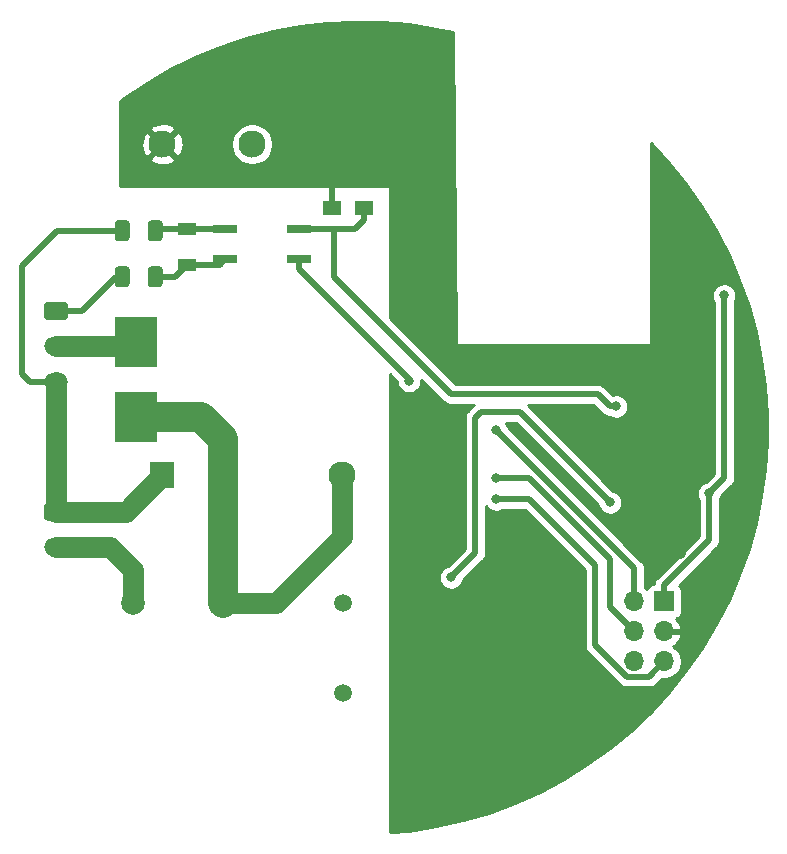
<source format=gbr>
G04 #@! TF.GenerationSoftware,KiCad,Pcbnew,(5.1.6)-1*
G04 #@! TF.CreationDate,2020-08-03T23:37:10+02:00*
G04 #@! TF.ProjectId,loftrelayRound,6c6f6674-7265-46c6-9179-526f756e642e,rev?*
G04 #@! TF.SameCoordinates,Original*
G04 #@! TF.FileFunction,Copper,L2,Bot*
G04 #@! TF.FilePolarity,Positive*
%FSLAX46Y46*%
G04 Gerber Fmt 4.6, Leading zero omitted, Abs format (unit mm)*
G04 Created by KiCad (PCBNEW (5.1.6)-1) date 2020-08-03 23:37:10*
%MOMM*%
%LPD*%
G01*
G04 APERTURE LIST*
G04 #@! TA.AperFunction,ComponentPad*
%ADD10O,2.020000X1.500000*%
G04 #@! TD*
G04 #@! TA.AperFunction,SMDPad,CuDef*
%ADD11R,1.500000X1.300000*%
G04 #@! TD*
G04 #@! TA.AperFunction,SMDPad,CuDef*
%ADD12R,1.600000X1.000000*%
G04 #@! TD*
G04 #@! TA.AperFunction,ComponentPad*
%ADD13C,1.520000*%
G04 #@! TD*
G04 #@! TA.AperFunction,ComponentPad*
%ADD14C,2.000000*%
G04 #@! TD*
G04 #@! TA.AperFunction,SMDPad,CuDef*
%ADD15R,2.000000X0.640000*%
G04 #@! TD*
G04 #@! TA.AperFunction,ComponentPad*
%ADD16C,2.300000*%
G04 #@! TD*
G04 #@! TA.AperFunction,ComponentPad*
%ADD17R,2.000000X2.300000*%
G04 #@! TD*
G04 #@! TA.AperFunction,SMDPad,CuDef*
%ADD18R,3.556000X4.191000*%
G04 #@! TD*
G04 #@! TA.AperFunction,ComponentPad*
%ADD19O,1.700000X1.700000*%
G04 #@! TD*
G04 #@! TA.AperFunction,ComponentPad*
%ADD20R,1.700000X1.700000*%
G04 #@! TD*
G04 #@! TA.AperFunction,ViaPad*
%ADD21C,0.800000*%
G04 #@! TD*
G04 #@! TA.AperFunction,Conductor*
%ADD22C,0.508000*%
G04 #@! TD*
G04 #@! TA.AperFunction,Conductor*
%ADD23C,1.778000*%
G04 #@! TD*
G04 #@! TA.AperFunction,Conductor*
%ADD24C,2.540000*%
G04 #@! TD*
G04 #@! TA.AperFunction,Conductor*
%ADD25C,0.254000*%
G04 #@! TD*
G04 APERTURE END LIST*
G04 #@! TA.AperFunction,SMDPad,CuDef*
G36*
G01*
X129225000Y-100575000D02*
X129225000Y-101825000D01*
G75*
G02*
X128975000Y-102075000I-250000J0D01*
G01*
X128225000Y-102075000D01*
G75*
G02*
X127975000Y-101825000I0J250000D01*
G01*
X127975000Y-100575000D01*
G75*
G02*
X128225000Y-100325000I250000J0D01*
G01*
X128975000Y-100325000D01*
G75*
G02*
X129225000Y-100575000I0J-250000D01*
G01*
G37*
G04 #@! TD.AperFunction*
G04 #@! TA.AperFunction,SMDPad,CuDef*
G36*
G01*
X132025000Y-100575000D02*
X132025000Y-101825000D01*
G75*
G02*
X131775000Y-102075000I-250000J0D01*
G01*
X131025000Y-102075000D01*
G75*
G02*
X130775000Y-101825000I0J250000D01*
G01*
X130775000Y-100575000D01*
G75*
G02*
X131025000Y-100325000I250000J0D01*
G01*
X131775000Y-100325000D01*
G75*
G02*
X132025000Y-100575000I0J-250000D01*
G01*
G37*
G04 #@! TD.AperFunction*
G04 #@! TA.AperFunction,SMDPad,CuDef*
G36*
G01*
X129225000Y-104475000D02*
X129225000Y-105725000D01*
G75*
G02*
X128975000Y-105975000I-250000J0D01*
G01*
X128225000Y-105975000D01*
G75*
G02*
X127975000Y-105725000I0J250000D01*
G01*
X127975000Y-104475000D01*
G75*
G02*
X128225000Y-104225000I250000J0D01*
G01*
X128975000Y-104225000D01*
G75*
G02*
X129225000Y-104475000I0J-250000D01*
G01*
G37*
G04 #@! TD.AperFunction*
G04 #@! TA.AperFunction,SMDPad,CuDef*
G36*
G01*
X132025000Y-104475000D02*
X132025000Y-105725000D01*
G75*
G02*
X131775000Y-105975000I-250000J0D01*
G01*
X131025000Y-105975000D01*
G75*
G02*
X130775000Y-105725000I0J250000D01*
G01*
X130775000Y-104475000D01*
G75*
G02*
X131025000Y-104225000I250000J0D01*
G01*
X131775000Y-104225000D01*
G75*
G02*
X132025000Y-104475000I0J-250000D01*
G01*
G37*
G04 #@! TD.AperFunction*
D10*
X123000000Y-128000000D03*
G04 #@! TA.AperFunction,ComponentPad*
G36*
G01*
X122240000Y-124250000D02*
X123760000Y-124250000D01*
G75*
G02*
X124010000Y-124500000I0J-250000D01*
G01*
X124010000Y-125500000D01*
G75*
G02*
X123760000Y-125750000I-250000J0D01*
G01*
X122240000Y-125750000D01*
G75*
G02*
X121990000Y-125500000I0J250000D01*
G01*
X121990000Y-124500000D01*
G75*
G02*
X122240000Y-124250000I250000J0D01*
G01*
G37*
G04 #@! TD.AperFunction*
X123000000Y-114000000D03*
X123000000Y-111000000D03*
G04 #@! TA.AperFunction,ComponentPad*
G36*
G01*
X122240000Y-107250000D02*
X123760000Y-107250000D01*
G75*
G02*
X124010000Y-107500000I0J-250000D01*
G01*
X124010000Y-108500000D01*
G75*
G02*
X123760000Y-108750000I-250000J0D01*
G01*
X122240000Y-108750000D01*
G75*
G02*
X121990000Y-108500000I0J250000D01*
G01*
X121990000Y-107500000D01*
G75*
G02*
X122240000Y-107250000I250000J0D01*
G01*
G37*
G04 #@! TD.AperFunction*
D11*
X149098000Y-99314000D03*
X146398000Y-99314000D03*
D12*
X134112000Y-101092000D03*
X134112000Y-104092000D03*
D13*
X147320000Y-140335000D03*
D14*
X129540000Y-132715000D03*
X137160000Y-132715000D03*
D13*
X147320000Y-132715000D03*
D15*
X143612000Y-103632000D03*
X143612000Y-101092000D03*
X137312000Y-101092000D03*
X137312000Y-103632000D03*
D16*
X132010001Y-93874999D03*
D17*
X132010001Y-121874999D03*
D16*
X147210001Y-121874999D03*
X139610001Y-93874999D03*
D18*
X129794000Y-110617000D03*
X129794000Y-116967000D03*
D19*
X171958000Y-137668000D03*
X174498000Y-137668000D03*
X171958000Y-135128000D03*
X174498000Y-135128000D03*
X171958000Y-132588000D03*
D20*
X174498000Y-132588000D03*
D21*
X161544000Y-132588000D03*
X175910453Y-128609793D03*
X182118000Y-112014000D03*
X178054000Y-106426000D03*
X152654000Y-128016000D03*
X152400000Y-137668000D03*
X167386000Y-137922000D03*
X178308000Y-123444000D03*
X179578000Y-106680000D03*
X152908000Y-113904000D03*
X160274000Y-118110000D03*
X170434000Y-116078000D03*
X156464000Y-130556000D03*
X169926000Y-124206000D03*
X160274000Y-123952000D03*
X160274000Y-122174000D03*
D22*
X146398000Y-99314000D02*
X146398000Y-96106000D01*
X174498000Y-131230000D02*
X178308000Y-127420000D01*
X174498000Y-132588000D02*
X174498000Y-131230000D01*
X178308000Y-127420000D02*
X178308000Y-123444000D01*
X179578000Y-122174000D02*
X178308000Y-123444000D01*
X179578000Y-106680000D02*
X179578000Y-122174000D01*
X152908000Y-113756000D02*
X152908000Y-113904000D01*
X143612000Y-104460000D02*
X152908000Y-113756000D01*
X143612000Y-103632000D02*
X143612000Y-104460000D01*
X171958000Y-132588000D02*
X171958000Y-129794000D01*
X171958000Y-129794000D02*
X160274000Y-118110000D01*
X149098000Y-100302000D02*
X149098000Y-99314000D01*
X148308000Y-101092000D02*
X149098000Y-100302000D01*
X146558000Y-101258000D02*
X146392000Y-101092000D01*
X156464000Y-115062000D02*
X146558000Y-105156000D01*
X146558000Y-105156000D02*
X146558000Y-101258000D01*
X146392000Y-101092000D02*
X148308000Y-101092000D01*
X169868315Y-116078000D02*
X168852315Y-115062000D01*
X170434000Y-116078000D02*
X169868315Y-116078000D01*
X143612000Y-101092000D02*
X146392000Y-101092000D01*
X168852315Y-115062000D02*
X156464000Y-115062000D01*
X156464000Y-130556000D02*
X158496000Y-128524000D01*
X158496000Y-128524000D02*
X158496000Y-117094000D01*
X158496000Y-117094000D02*
X159004000Y-116586000D01*
X159004000Y-116586000D02*
X162306000Y-116586000D01*
X162306000Y-116586000D02*
X169926000Y-124206000D01*
X134112000Y-101092000D02*
X137312000Y-101092000D01*
X131508000Y-101092000D02*
X131400000Y-101200000D01*
X134112000Y-101092000D02*
X131508000Y-101092000D01*
X136852000Y-104092000D02*
X137312000Y-103632000D01*
X134112000Y-104092000D02*
X136852000Y-104092000D01*
X133104000Y-105100000D02*
X134112000Y-104092000D01*
X131400000Y-105100000D02*
X133104000Y-105100000D01*
D23*
X123000000Y-128000000D02*
X127600000Y-128000000D01*
X129540000Y-129940000D02*
X129540000Y-132715000D01*
X127600000Y-128000000D02*
X129540000Y-129940000D01*
X129411000Y-111000000D02*
X129794000Y-110617000D01*
X123000000Y-111000000D02*
X129411000Y-111000000D01*
X137160000Y-132715000D02*
X141605000Y-132715000D01*
X147210001Y-127109999D02*
X147210001Y-121874999D01*
X141605000Y-132715000D02*
X147210001Y-127109999D01*
X131699000Y-116967000D02*
X129794000Y-116967000D01*
D24*
X135255000Y-116967000D02*
X131699000Y-116967000D01*
X137160000Y-132715000D02*
X137160000Y-118872000D01*
X137160000Y-118872000D02*
X135255000Y-116967000D01*
D22*
X171332079Y-138972001D02*
X168656000Y-136295922D01*
X174498000Y-137668000D02*
X173193999Y-138972001D01*
X173193999Y-138972001D02*
X171332079Y-138972001D01*
X168656000Y-136295922D02*
X168656000Y-129540000D01*
X168656000Y-129540000D02*
X163068000Y-123952000D01*
X163068000Y-123952000D02*
X160274000Y-123952000D01*
X171958000Y-135128000D02*
X169926000Y-133096000D01*
X169926000Y-133096000D02*
X169926000Y-129032000D01*
X169926000Y-129032000D02*
X163068000Y-122174000D01*
X163068000Y-122174000D02*
X160274000Y-122174000D01*
X123000000Y-114000000D02*
X120800000Y-114000000D01*
X120800000Y-114000000D02*
X120100000Y-113300000D01*
X120100000Y-113300000D02*
X120100000Y-104200000D01*
X123100000Y-101200000D02*
X128600000Y-101200000D01*
X120100000Y-104200000D02*
X123100000Y-101200000D01*
D23*
X128885000Y-125000000D02*
X132010001Y-121874999D01*
X123000000Y-125000000D02*
X128885000Y-125000000D01*
X123000000Y-125000000D02*
X123000000Y-114000000D01*
D22*
X123000000Y-108000000D02*
X125200000Y-108000000D01*
X128100000Y-105100000D02*
X128600000Y-105100000D01*
X125200000Y-108000000D02*
X128100000Y-105100000D01*
D25*
G36*
X150584559Y-83535107D02*
G01*
X152897583Y-83730911D01*
X155192111Y-84082420D01*
X156591636Y-84394755D01*
X156845006Y-110745221D01*
X156847440Y-110768776D01*
X156854667Y-110792601D01*
X156866403Y-110814557D01*
X156882197Y-110833803D01*
X156901443Y-110849597D01*
X156923399Y-110861333D01*
X156947224Y-110868560D01*
X156972000Y-110871000D01*
X173228000Y-110871000D01*
X173252776Y-110868560D01*
X173276601Y-110861333D01*
X173298557Y-110849597D01*
X173317803Y-110833803D01*
X173333597Y-110814557D01*
X173345333Y-110792601D01*
X173352560Y-110768776D01*
X173355000Y-110744000D01*
X173355000Y-93769895D01*
X174918723Y-95471585D01*
X176370403Y-97282950D01*
X177696486Y-99188186D01*
X178890921Y-101178598D01*
X179948260Y-103245106D01*
X180863677Y-105378280D01*
X181632996Y-107568386D01*
X182252705Y-109805433D01*
X182719979Y-112079213D01*
X183032684Y-114379351D01*
X183189394Y-116695352D01*
X183189394Y-119016648D01*
X183032684Y-121332649D01*
X182719979Y-123632787D01*
X182252705Y-125906567D01*
X181632996Y-128143614D01*
X180863677Y-130333720D01*
X179948260Y-132466894D01*
X178890921Y-134533402D01*
X177696486Y-136523814D01*
X176370403Y-138429050D01*
X174918723Y-140240415D01*
X173348070Y-141949646D01*
X171665611Y-143548943D01*
X169879022Y-145031008D01*
X167996455Y-146389081D01*
X166026500Y-147616963D01*
X163978145Y-148709053D01*
X161860736Y-149660368D01*
X159683935Y-150466566D01*
X157457674Y-151123970D01*
X155192111Y-151629580D01*
X152897583Y-151981089D01*
X151257000Y-152119969D01*
X151257000Y-113362235D01*
X151873000Y-113978235D01*
X151873000Y-114005939D01*
X151912774Y-114205898D01*
X151990795Y-114394256D01*
X152104063Y-114563774D01*
X152248226Y-114707937D01*
X152417744Y-114821205D01*
X152606102Y-114899226D01*
X152806061Y-114939000D01*
X153009939Y-114939000D01*
X153209898Y-114899226D01*
X153398256Y-114821205D01*
X153567774Y-114707937D01*
X153711937Y-114563774D01*
X153825205Y-114394256D01*
X153903226Y-114205898D01*
X153943000Y-114005939D01*
X153943000Y-113802061D01*
X153942050Y-113797286D01*
X155804504Y-115659740D01*
X155832341Y-115693659D01*
X155967709Y-115804753D01*
X156122149Y-115887303D01*
X156238892Y-115922716D01*
X156289725Y-115938136D01*
X156464000Y-115955301D01*
X156507668Y-115951000D01*
X158376412Y-115951000D01*
X158372341Y-115954341D01*
X158344501Y-115988264D01*
X157898259Y-116434506D01*
X157864342Y-116462341D01*
X157836507Y-116496258D01*
X157836505Y-116496260D01*
X157753248Y-116597709D01*
X157670698Y-116752148D01*
X157619864Y-116919726D01*
X157602700Y-117094000D01*
X157607001Y-117137670D01*
X157607000Y-128155764D01*
X156211895Y-129550870D01*
X156162102Y-129560774D01*
X155973744Y-129638795D01*
X155804226Y-129752063D01*
X155660063Y-129896226D01*
X155546795Y-130065744D01*
X155468774Y-130254102D01*
X155429000Y-130454061D01*
X155429000Y-130657939D01*
X155468774Y-130857898D01*
X155546795Y-131046256D01*
X155660063Y-131215774D01*
X155804226Y-131359937D01*
X155973744Y-131473205D01*
X156162102Y-131551226D01*
X156362061Y-131591000D01*
X156565939Y-131591000D01*
X156765898Y-131551226D01*
X156954256Y-131473205D01*
X157123774Y-131359937D01*
X157267937Y-131215774D01*
X157381205Y-131046256D01*
X157459226Y-130857898D01*
X157469130Y-130808105D01*
X159093743Y-129183493D01*
X159127659Y-129155659D01*
X159238753Y-129020291D01*
X159321303Y-128865851D01*
X159372136Y-128698274D01*
X159385000Y-128567667D01*
X159385000Y-128567660D01*
X159389300Y-128524000D01*
X159385000Y-128480340D01*
X159385000Y-124484468D01*
X159470063Y-124611774D01*
X159614226Y-124755937D01*
X159783744Y-124869205D01*
X159972102Y-124947226D01*
X160172061Y-124987000D01*
X160375939Y-124987000D01*
X160575898Y-124947226D01*
X160764256Y-124869205D01*
X160806468Y-124841000D01*
X162699765Y-124841000D01*
X167767001Y-129908236D01*
X167767000Y-136252262D01*
X167762700Y-136295922D01*
X167767000Y-136339582D01*
X167767000Y-136339588D01*
X167779864Y-136470195D01*
X167830697Y-136637772D01*
X167913247Y-136792212D01*
X168024341Y-136927581D01*
X168058264Y-136955421D01*
X170672585Y-139569743D01*
X170700420Y-139603660D01*
X170835788Y-139714754D01*
X170990228Y-139797304D01*
X171056137Y-139817297D01*
X171157803Y-139848137D01*
X171191003Y-139851407D01*
X171288412Y-139861001D01*
X171288418Y-139861001D01*
X171332078Y-139865301D01*
X171375738Y-139861001D01*
X173150339Y-139861001D01*
X173193999Y-139865301D01*
X173237659Y-139861001D01*
X173237666Y-139861001D01*
X173368273Y-139848137D01*
X173535850Y-139797304D01*
X173690290Y-139714754D01*
X173825658Y-139603660D01*
X173853498Y-139569737D01*
X174283758Y-139139477D01*
X174351740Y-139153000D01*
X174644260Y-139153000D01*
X174931158Y-139095932D01*
X175201411Y-138983990D01*
X175444632Y-138821475D01*
X175651475Y-138614632D01*
X175813990Y-138371411D01*
X175925932Y-138101158D01*
X175983000Y-137814260D01*
X175983000Y-137521740D01*
X175925932Y-137234842D01*
X175813990Y-136964589D01*
X175651475Y-136721368D01*
X175444632Y-136514525D01*
X175262466Y-136392805D01*
X175379355Y-136323178D01*
X175595588Y-136128269D01*
X175769641Y-135894920D01*
X175894825Y-135632099D01*
X175939476Y-135484890D01*
X175818155Y-135255000D01*
X174625000Y-135255000D01*
X174625000Y-135275000D01*
X174371000Y-135275000D01*
X174371000Y-135255000D01*
X174351000Y-135255000D01*
X174351000Y-135001000D01*
X174371000Y-135001000D01*
X174371000Y-134981000D01*
X174625000Y-134981000D01*
X174625000Y-135001000D01*
X175818155Y-135001000D01*
X175939476Y-134771110D01*
X175894825Y-134623901D01*
X175769641Y-134361080D01*
X175595588Y-134127731D01*
X175511534Y-134051966D01*
X175592180Y-134027502D01*
X175702494Y-133968537D01*
X175799185Y-133889185D01*
X175878537Y-133792494D01*
X175937502Y-133682180D01*
X175973812Y-133562482D01*
X175986072Y-133438000D01*
X175986072Y-131738000D01*
X175973812Y-131613518D01*
X175937502Y-131493820D01*
X175878537Y-131383506D01*
X175799185Y-131286815D01*
X175743840Y-131241395D01*
X178905743Y-128079493D01*
X178939659Y-128051659D01*
X179050753Y-127916291D01*
X179133303Y-127761851D01*
X179168716Y-127645108D01*
X179184136Y-127594275D01*
X179185771Y-127577675D01*
X179197000Y-127463667D01*
X179197000Y-127463660D01*
X179201300Y-127420000D01*
X179197000Y-127376340D01*
X179197000Y-123976468D01*
X179225205Y-123934256D01*
X179303226Y-123745898D01*
X179313130Y-123696105D01*
X180175741Y-122833494D01*
X180209659Y-122805659D01*
X180320753Y-122670291D01*
X180403303Y-122515851D01*
X180423650Y-122448774D01*
X180454136Y-122348276D01*
X180457406Y-122315076D01*
X180467000Y-122217667D01*
X180467000Y-122217661D01*
X180471300Y-122174001D01*
X180467000Y-122130341D01*
X180467000Y-107212468D01*
X180495205Y-107170256D01*
X180573226Y-106981898D01*
X180613000Y-106781939D01*
X180613000Y-106578061D01*
X180573226Y-106378102D01*
X180495205Y-106189744D01*
X180381937Y-106020226D01*
X180237774Y-105876063D01*
X180068256Y-105762795D01*
X179879898Y-105684774D01*
X179679939Y-105645000D01*
X179476061Y-105645000D01*
X179276102Y-105684774D01*
X179087744Y-105762795D01*
X178918226Y-105876063D01*
X178774063Y-106020226D01*
X178660795Y-106189744D01*
X178582774Y-106378102D01*
X178543000Y-106578061D01*
X178543000Y-106781939D01*
X178582774Y-106981898D01*
X178660795Y-107170256D01*
X178689000Y-107212468D01*
X178689001Y-121805763D01*
X178055895Y-122438870D01*
X178006102Y-122448774D01*
X177817744Y-122526795D01*
X177648226Y-122640063D01*
X177504063Y-122784226D01*
X177390795Y-122953744D01*
X177312774Y-123142102D01*
X177273000Y-123342061D01*
X177273000Y-123545939D01*
X177312774Y-123745898D01*
X177390795Y-123934256D01*
X177419001Y-123976469D01*
X177419000Y-127051764D01*
X173900259Y-130570506D01*
X173866342Y-130598341D01*
X173838507Y-130632258D01*
X173838505Y-130632260D01*
X173755248Y-130733709D01*
X173672698Y-130888148D01*
X173621864Y-131055726D01*
X173617212Y-131102960D01*
X173523518Y-131112188D01*
X173403820Y-131148498D01*
X173293506Y-131207463D01*
X173196815Y-131286815D01*
X173117463Y-131383506D01*
X173058498Y-131493820D01*
X173036487Y-131566380D01*
X172904632Y-131434525D01*
X172847000Y-131396017D01*
X172847000Y-129837659D01*
X172851300Y-129793999D01*
X172847000Y-129750339D01*
X172847000Y-129750333D01*
X172837406Y-129652924D01*
X172834136Y-129619724D01*
X172783302Y-129452147D01*
X172764676Y-129417301D01*
X172700753Y-129297709D01*
X172589659Y-129162341D01*
X172555736Y-129134501D01*
X161279130Y-117857895D01*
X161269226Y-117808102D01*
X161191205Y-117619744D01*
X161094490Y-117475000D01*
X161937765Y-117475000D01*
X168920870Y-124458105D01*
X168930774Y-124507898D01*
X169008795Y-124696256D01*
X169122063Y-124865774D01*
X169266226Y-125009937D01*
X169435744Y-125123205D01*
X169624102Y-125201226D01*
X169824061Y-125241000D01*
X170027939Y-125241000D01*
X170227898Y-125201226D01*
X170416256Y-125123205D01*
X170585774Y-125009937D01*
X170729937Y-124865774D01*
X170843205Y-124696256D01*
X170921226Y-124507898D01*
X170961000Y-124307939D01*
X170961000Y-124104061D01*
X170921226Y-123904102D01*
X170843205Y-123715744D01*
X170729937Y-123546226D01*
X170585774Y-123402063D01*
X170416256Y-123288795D01*
X170227898Y-123210774D01*
X170178105Y-123200870D01*
X162965499Y-115988264D01*
X162937659Y-115954341D01*
X162933588Y-115951000D01*
X168484080Y-115951000D01*
X169208820Y-116675741D01*
X169236656Y-116709659D01*
X169372024Y-116820753D01*
X169526464Y-116903303D01*
X169607393Y-116927852D01*
X169694040Y-116954136D01*
X169710640Y-116955771D01*
X169824648Y-116967000D01*
X169824655Y-116967000D01*
X169868315Y-116971300D01*
X169902874Y-116967896D01*
X169943744Y-116995205D01*
X170132102Y-117073226D01*
X170332061Y-117113000D01*
X170535939Y-117113000D01*
X170735898Y-117073226D01*
X170924256Y-116995205D01*
X171093774Y-116881937D01*
X171237937Y-116737774D01*
X171351205Y-116568256D01*
X171429226Y-116379898D01*
X171469000Y-116179939D01*
X171469000Y-115976061D01*
X171429226Y-115776102D01*
X171351205Y-115587744D01*
X171237937Y-115418226D01*
X171093774Y-115274063D01*
X170924256Y-115160795D01*
X170735898Y-115082774D01*
X170535939Y-115043000D01*
X170332061Y-115043000D01*
X170132102Y-115082774D01*
X170130845Y-115083295D01*
X169511814Y-114464264D01*
X169483974Y-114430341D01*
X169348606Y-114319247D01*
X169194166Y-114236697D01*
X169026589Y-114185864D01*
X168895982Y-114173000D01*
X168895975Y-114173000D01*
X168852315Y-114168700D01*
X168808655Y-114173000D01*
X156832236Y-114173000D01*
X151257000Y-108597765D01*
X151257000Y-97536000D01*
X151254560Y-97511224D01*
X151247333Y-97487399D01*
X151235597Y-97465443D01*
X151219803Y-97446197D01*
X151200557Y-97430403D01*
X151178601Y-97418667D01*
X151154776Y-97411440D01*
X151130000Y-97409000D01*
X128397000Y-97409000D01*
X128397000Y-95117348D01*
X130947257Y-95117348D01*
X131061119Y-95397089D01*
X131376297Y-95552960D01*
X131715827Y-95644348D01*
X132066662Y-95667740D01*
X132415320Y-95622239D01*
X132748401Y-95509593D01*
X132958883Y-95397089D01*
X133072745Y-95117348D01*
X132010001Y-94054604D01*
X130947257Y-95117348D01*
X128397000Y-95117348D01*
X128397000Y-93931660D01*
X130217260Y-93931660D01*
X130262761Y-94280318D01*
X130375407Y-94613399D01*
X130487911Y-94823881D01*
X130767652Y-94937743D01*
X131830396Y-93874999D01*
X132189606Y-93874999D01*
X133252350Y-94937743D01*
X133532091Y-94823881D01*
X133687962Y-94508703D01*
X133779350Y-94169173D01*
X133802742Y-93818338D01*
X133787194Y-93699192D01*
X137825001Y-93699192D01*
X137825001Y-94050806D01*
X137893597Y-94395664D01*
X138028154Y-94720514D01*
X138223501Y-95012870D01*
X138472130Y-95261499D01*
X138764486Y-95456846D01*
X139089336Y-95591403D01*
X139434194Y-95659999D01*
X139785808Y-95659999D01*
X140130666Y-95591403D01*
X140455516Y-95456846D01*
X140747872Y-95261499D01*
X140996501Y-95012870D01*
X141191848Y-94720514D01*
X141326405Y-94395664D01*
X141395001Y-94050806D01*
X141395001Y-93699192D01*
X141326405Y-93354334D01*
X141191848Y-93029484D01*
X140996501Y-92737128D01*
X140747872Y-92488499D01*
X140455516Y-92293152D01*
X140130666Y-92158595D01*
X139785808Y-92089999D01*
X139434194Y-92089999D01*
X139089336Y-92158595D01*
X138764486Y-92293152D01*
X138472130Y-92488499D01*
X138223501Y-92737128D01*
X138028154Y-93029484D01*
X137893597Y-93354334D01*
X137825001Y-93699192D01*
X133787194Y-93699192D01*
X133757241Y-93469680D01*
X133644595Y-93136599D01*
X133532091Y-92926117D01*
X133252350Y-92812255D01*
X132189606Y-93874999D01*
X131830396Y-93874999D01*
X130767652Y-92812255D01*
X130487911Y-92926117D01*
X130332040Y-93241295D01*
X130240652Y-93580825D01*
X130217260Y-93931660D01*
X128397000Y-93931660D01*
X128397000Y-92632650D01*
X130947257Y-92632650D01*
X132010001Y-93695394D01*
X133072745Y-92632650D01*
X132958883Y-92352909D01*
X132643705Y-92197038D01*
X132304175Y-92105650D01*
X131953340Y-92082258D01*
X131604682Y-92127759D01*
X131271601Y-92240405D01*
X131061119Y-92352909D01*
X130947257Y-92632650D01*
X128397000Y-92632650D01*
X128397000Y-90250622D01*
X128738791Y-89986056D01*
X130666152Y-88692340D01*
X132676454Y-87531692D01*
X134760525Y-86509406D01*
X136908855Y-85630148D01*
X139111643Y-84897929D01*
X141358837Y-84316090D01*
X143640184Y-83887286D01*
X145945276Y-83613473D01*
X148263593Y-83495902D01*
X150584559Y-83535107D01*
G37*
X150584559Y-83535107D02*
X152897583Y-83730911D01*
X155192111Y-84082420D01*
X156591636Y-84394755D01*
X156845006Y-110745221D01*
X156847440Y-110768776D01*
X156854667Y-110792601D01*
X156866403Y-110814557D01*
X156882197Y-110833803D01*
X156901443Y-110849597D01*
X156923399Y-110861333D01*
X156947224Y-110868560D01*
X156972000Y-110871000D01*
X173228000Y-110871000D01*
X173252776Y-110868560D01*
X173276601Y-110861333D01*
X173298557Y-110849597D01*
X173317803Y-110833803D01*
X173333597Y-110814557D01*
X173345333Y-110792601D01*
X173352560Y-110768776D01*
X173355000Y-110744000D01*
X173355000Y-93769895D01*
X174918723Y-95471585D01*
X176370403Y-97282950D01*
X177696486Y-99188186D01*
X178890921Y-101178598D01*
X179948260Y-103245106D01*
X180863677Y-105378280D01*
X181632996Y-107568386D01*
X182252705Y-109805433D01*
X182719979Y-112079213D01*
X183032684Y-114379351D01*
X183189394Y-116695352D01*
X183189394Y-119016648D01*
X183032684Y-121332649D01*
X182719979Y-123632787D01*
X182252705Y-125906567D01*
X181632996Y-128143614D01*
X180863677Y-130333720D01*
X179948260Y-132466894D01*
X178890921Y-134533402D01*
X177696486Y-136523814D01*
X176370403Y-138429050D01*
X174918723Y-140240415D01*
X173348070Y-141949646D01*
X171665611Y-143548943D01*
X169879022Y-145031008D01*
X167996455Y-146389081D01*
X166026500Y-147616963D01*
X163978145Y-148709053D01*
X161860736Y-149660368D01*
X159683935Y-150466566D01*
X157457674Y-151123970D01*
X155192111Y-151629580D01*
X152897583Y-151981089D01*
X151257000Y-152119969D01*
X151257000Y-113362235D01*
X151873000Y-113978235D01*
X151873000Y-114005939D01*
X151912774Y-114205898D01*
X151990795Y-114394256D01*
X152104063Y-114563774D01*
X152248226Y-114707937D01*
X152417744Y-114821205D01*
X152606102Y-114899226D01*
X152806061Y-114939000D01*
X153009939Y-114939000D01*
X153209898Y-114899226D01*
X153398256Y-114821205D01*
X153567774Y-114707937D01*
X153711937Y-114563774D01*
X153825205Y-114394256D01*
X153903226Y-114205898D01*
X153943000Y-114005939D01*
X153943000Y-113802061D01*
X153942050Y-113797286D01*
X155804504Y-115659740D01*
X155832341Y-115693659D01*
X155967709Y-115804753D01*
X156122149Y-115887303D01*
X156238892Y-115922716D01*
X156289725Y-115938136D01*
X156464000Y-115955301D01*
X156507668Y-115951000D01*
X158376412Y-115951000D01*
X158372341Y-115954341D01*
X158344501Y-115988264D01*
X157898259Y-116434506D01*
X157864342Y-116462341D01*
X157836507Y-116496258D01*
X157836505Y-116496260D01*
X157753248Y-116597709D01*
X157670698Y-116752148D01*
X157619864Y-116919726D01*
X157602700Y-117094000D01*
X157607001Y-117137670D01*
X157607000Y-128155764D01*
X156211895Y-129550870D01*
X156162102Y-129560774D01*
X155973744Y-129638795D01*
X155804226Y-129752063D01*
X155660063Y-129896226D01*
X155546795Y-130065744D01*
X155468774Y-130254102D01*
X155429000Y-130454061D01*
X155429000Y-130657939D01*
X155468774Y-130857898D01*
X155546795Y-131046256D01*
X155660063Y-131215774D01*
X155804226Y-131359937D01*
X155973744Y-131473205D01*
X156162102Y-131551226D01*
X156362061Y-131591000D01*
X156565939Y-131591000D01*
X156765898Y-131551226D01*
X156954256Y-131473205D01*
X157123774Y-131359937D01*
X157267937Y-131215774D01*
X157381205Y-131046256D01*
X157459226Y-130857898D01*
X157469130Y-130808105D01*
X159093743Y-129183493D01*
X159127659Y-129155659D01*
X159238753Y-129020291D01*
X159321303Y-128865851D01*
X159372136Y-128698274D01*
X159385000Y-128567667D01*
X159385000Y-128567660D01*
X159389300Y-128524000D01*
X159385000Y-128480340D01*
X159385000Y-124484468D01*
X159470063Y-124611774D01*
X159614226Y-124755937D01*
X159783744Y-124869205D01*
X159972102Y-124947226D01*
X160172061Y-124987000D01*
X160375939Y-124987000D01*
X160575898Y-124947226D01*
X160764256Y-124869205D01*
X160806468Y-124841000D01*
X162699765Y-124841000D01*
X167767001Y-129908236D01*
X167767000Y-136252262D01*
X167762700Y-136295922D01*
X167767000Y-136339582D01*
X167767000Y-136339588D01*
X167779864Y-136470195D01*
X167830697Y-136637772D01*
X167913247Y-136792212D01*
X168024341Y-136927581D01*
X168058264Y-136955421D01*
X170672585Y-139569743D01*
X170700420Y-139603660D01*
X170835788Y-139714754D01*
X170990228Y-139797304D01*
X171056137Y-139817297D01*
X171157803Y-139848137D01*
X171191003Y-139851407D01*
X171288412Y-139861001D01*
X171288418Y-139861001D01*
X171332078Y-139865301D01*
X171375738Y-139861001D01*
X173150339Y-139861001D01*
X173193999Y-139865301D01*
X173237659Y-139861001D01*
X173237666Y-139861001D01*
X173368273Y-139848137D01*
X173535850Y-139797304D01*
X173690290Y-139714754D01*
X173825658Y-139603660D01*
X173853498Y-139569737D01*
X174283758Y-139139477D01*
X174351740Y-139153000D01*
X174644260Y-139153000D01*
X174931158Y-139095932D01*
X175201411Y-138983990D01*
X175444632Y-138821475D01*
X175651475Y-138614632D01*
X175813990Y-138371411D01*
X175925932Y-138101158D01*
X175983000Y-137814260D01*
X175983000Y-137521740D01*
X175925932Y-137234842D01*
X175813990Y-136964589D01*
X175651475Y-136721368D01*
X175444632Y-136514525D01*
X175262466Y-136392805D01*
X175379355Y-136323178D01*
X175595588Y-136128269D01*
X175769641Y-135894920D01*
X175894825Y-135632099D01*
X175939476Y-135484890D01*
X175818155Y-135255000D01*
X174625000Y-135255000D01*
X174625000Y-135275000D01*
X174371000Y-135275000D01*
X174371000Y-135255000D01*
X174351000Y-135255000D01*
X174351000Y-135001000D01*
X174371000Y-135001000D01*
X174371000Y-134981000D01*
X174625000Y-134981000D01*
X174625000Y-135001000D01*
X175818155Y-135001000D01*
X175939476Y-134771110D01*
X175894825Y-134623901D01*
X175769641Y-134361080D01*
X175595588Y-134127731D01*
X175511534Y-134051966D01*
X175592180Y-134027502D01*
X175702494Y-133968537D01*
X175799185Y-133889185D01*
X175878537Y-133792494D01*
X175937502Y-133682180D01*
X175973812Y-133562482D01*
X175986072Y-133438000D01*
X175986072Y-131738000D01*
X175973812Y-131613518D01*
X175937502Y-131493820D01*
X175878537Y-131383506D01*
X175799185Y-131286815D01*
X175743840Y-131241395D01*
X178905743Y-128079493D01*
X178939659Y-128051659D01*
X179050753Y-127916291D01*
X179133303Y-127761851D01*
X179168716Y-127645108D01*
X179184136Y-127594275D01*
X179185771Y-127577675D01*
X179197000Y-127463667D01*
X179197000Y-127463660D01*
X179201300Y-127420000D01*
X179197000Y-127376340D01*
X179197000Y-123976468D01*
X179225205Y-123934256D01*
X179303226Y-123745898D01*
X179313130Y-123696105D01*
X180175741Y-122833494D01*
X180209659Y-122805659D01*
X180320753Y-122670291D01*
X180403303Y-122515851D01*
X180423650Y-122448774D01*
X180454136Y-122348276D01*
X180457406Y-122315076D01*
X180467000Y-122217667D01*
X180467000Y-122217661D01*
X180471300Y-122174001D01*
X180467000Y-122130341D01*
X180467000Y-107212468D01*
X180495205Y-107170256D01*
X180573226Y-106981898D01*
X180613000Y-106781939D01*
X180613000Y-106578061D01*
X180573226Y-106378102D01*
X180495205Y-106189744D01*
X180381937Y-106020226D01*
X180237774Y-105876063D01*
X180068256Y-105762795D01*
X179879898Y-105684774D01*
X179679939Y-105645000D01*
X179476061Y-105645000D01*
X179276102Y-105684774D01*
X179087744Y-105762795D01*
X178918226Y-105876063D01*
X178774063Y-106020226D01*
X178660795Y-106189744D01*
X178582774Y-106378102D01*
X178543000Y-106578061D01*
X178543000Y-106781939D01*
X178582774Y-106981898D01*
X178660795Y-107170256D01*
X178689000Y-107212468D01*
X178689001Y-121805763D01*
X178055895Y-122438870D01*
X178006102Y-122448774D01*
X177817744Y-122526795D01*
X177648226Y-122640063D01*
X177504063Y-122784226D01*
X177390795Y-122953744D01*
X177312774Y-123142102D01*
X177273000Y-123342061D01*
X177273000Y-123545939D01*
X177312774Y-123745898D01*
X177390795Y-123934256D01*
X177419001Y-123976469D01*
X177419000Y-127051764D01*
X173900259Y-130570506D01*
X173866342Y-130598341D01*
X173838507Y-130632258D01*
X173838505Y-130632260D01*
X173755248Y-130733709D01*
X173672698Y-130888148D01*
X173621864Y-131055726D01*
X173617212Y-131102960D01*
X173523518Y-131112188D01*
X173403820Y-131148498D01*
X173293506Y-131207463D01*
X173196815Y-131286815D01*
X173117463Y-131383506D01*
X173058498Y-131493820D01*
X173036487Y-131566380D01*
X172904632Y-131434525D01*
X172847000Y-131396017D01*
X172847000Y-129837659D01*
X172851300Y-129793999D01*
X172847000Y-129750339D01*
X172847000Y-129750333D01*
X172837406Y-129652924D01*
X172834136Y-129619724D01*
X172783302Y-129452147D01*
X172764676Y-129417301D01*
X172700753Y-129297709D01*
X172589659Y-129162341D01*
X172555736Y-129134501D01*
X161279130Y-117857895D01*
X161269226Y-117808102D01*
X161191205Y-117619744D01*
X161094490Y-117475000D01*
X161937765Y-117475000D01*
X168920870Y-124458105D01*
X168930774Y-124507898D01*
X169008795Y-124696256D01*
X169122063Y-124865774D01*
X169266226Y-125009937D01*
X169435744Y-125123205D01*
X169624102Y-125201226D01*
X169824061Y-125241000D01*
X170027939Y-125241000D01*
X170227898Y-125201226D01*
X170416256Y-125123205D01*
X170585774Y-125009937D01*
X170729937Y-124865774D01*
X170843205Y-124696256D01*
X170921226Y-124507898D01*
X170961000Y-124307939D01*
X170961000Y-124104061D01*
X170921226Y-123904102D01*
X170843205Y-123715744D01*
X170729937Y-123546226D01*
X170585774Y-123402063D01*
X170416256Y-123288795D01*
X170227898Y-123210774D01*
X170178105Y-123200870D01*
X162965499Y-115988264D01*
X162937659Y-115954341D01*
X162933588Y-115951000D01*
X168484080Y-115951000D01*
X169208820Y-116675741D01*
X169236656Y-116709659D01*
X169372024Y-116820753D01*
X169526464Y-116903303D01*
X169607393Y-116927852D01*
X169694040Y-116954136D01*
X169710640Y-116955771D01*
X169824648Y-116967000D01*
X169824655Y-116967000D01*
X169868315Y-116971300D01*
X169902874Y-116967896D01*
X169943744Y-116995205D01*
X170132102Y-117073226D01*
X170332061Y-117113000D01*
X170535939Y-117113000D01*
X170735898Y-117073226D01*
X170924256Y-116995205D01*
X171093774Y-116881937D01*
X171237937Y-116737774D01*
X171351205Y-116568256D01*
X171429226Y-116379898D01*
X171469000Y-116179939D01*
X171469000Y-115976061D01*
X171429226Y-115776102D01*
X171351205Y-115587744D01*
X171237937Y-115418226D01*
X171093774Y-115274063D01*
X170924256Y-115160795D01*
X170735898Y-115082774D01*
X170535939Y-115043000D01*
X170332061Y-115043000D01*
X170132102Y-115082774D01*
X170130845Y-115083295D01*
X169511814Y-114464264D01*
X169483974Y-114430341D01*
X169348606Y-114319247D01*
X169194166Y-114236697D01*
X169026589Y-114185864D01*
X168895982Y-114173000D01*
X168895975Y-114173000D01*
X168852315Y-114168700D01*
X168808655Y-114173000D01*
X156832236Y-114173000D01*
X151257000Y-108597765D01*
X151257000Y-97536000D01*
X151254560Y-97511224D01*
X151247333Y-97487399D01*
X151235597Y-97465443D01*
X151219803Y-97446197D01*
X151200557Y-97430403D01*
X151178601Y-97418667D01*
X151154776Y-97411440D01*
X151130000Y-97409000D01*
X128397000Y-97409000D01*
X128397000Y-95117348D01*
X130947257Y-95117348D01*
X131061119Y-95397089D01*
X131376297Y-95552960D01*
X131715827Y-95644348D01*
X132066662Y-95667740D01*
X132415320Y-95622239D01*
X132748401Y-95509593D01*
X132958883Y-95397089D01*
X133072745Y-95117348D01*
X132010001Y-94054604D01*
X130947257Y-95117348D01*
X128397000Y-95117348D01*
X128397000Y-93931660D01*
X130217260Y-93931660D01*
X130262761Y-94280318D01*
X130375407Y-94613399D01*
X130487911Y-94823881D01*
X130767652Y-94937743D01*
X131830396Y-93874999D01*
X132189606Y-93874999D01*
X133252350Y-94937743D01*
X133532091Y-94823881D01*
X133687962Y-94508703D01*
X133779350Y-94169173D01*
X133802742Y-93818338D01*
X133787194Y-93699192D01*
X137825001Y-93699192D01*
X137825001Y-94050806D01*
X137893597Y-94395664D01*
X138028154Y-94720514D01*
X138223501Y-95012870D01*
X138472130Y-95261499D01*
X138764486Y-95456846D01*
X139089336Y-95591403D01*
X139434194Y-95659999D01*
X139785808Y-95659999D01*
X140130666Y-95591403D01*
X140455516Y-95456846D01*
X140747872Y-95261499D01*
X140996501Y-95012870D01*
X141191848Y-94720514D01*
X141326405Y-94395664D01*
X141395001Y-94050806D01*
X141395001Y-93699192D01*
X141326405Y-93354334D01*
X141191848Y-93029484D01*
X140996501Y-92737128D01*
X140747872Y-92488499D01*
X140455516Y-92293152D01*
X140130666Y-92158595D01*
X139785808Y-92089999D01*
X139434194Y-92089999D01*
X139089336Y-92158595D01*
X138764486Y-92293152D01*
X138472130Y-92488499D01*
X138223501Y-92737128D01*
X138028154Y-93029484D01*
X137893597Y-93354334D01*
X137825001Y-93699192D01*
X133787194Y-93699192D01*
X133757241Y-93469680D01*
X133644595Y-93136599D01*
X133532091Y-92926117D01*
X133252350Y-92812255D01*
X132189606Y-93874999D01*
X131830396Y-93874999D01*
X130767652Y-92812255D01*
X130487911Y-92926117D01*
X130332040Y-93241295D01*
X130240652Y-93580825D01*
X130217260Y-93931660D01*
X128397000Y-93931660D01*
X128397000Y-92632650D01*
X130947257Y-92632650D01*
X132010001Y-93695394D01*
X133072745Y-92632650D01*
X132958883Y-92352909D01*
X132643705Y-92197038D01*
X132304175Y-92105650D01*
X131953340Y-92082258D01*
X131604682Y-92127759D01*
X131271601Y-92240405D01*
X131061119Y-92352909D01*
X130947257Y-92632650D01*
X128397000Y-92632650D01*
X128397000Y-90250622D01*
X128738791Y-89986056D01*
X130666152Y-88692340D01*
X132676454Y-87531692D01*
X134760525Y-86509406D01*
X136908855Y-85630148D01*
X139111643Y-84897929D01*
X141358837Y-84316090D01*
X143640184Y-83887286D01*
X145945276Y-83613473D01*
X148263593Y-83495902D01*
X150584559Y-83535107D01*
M02*

</source>
